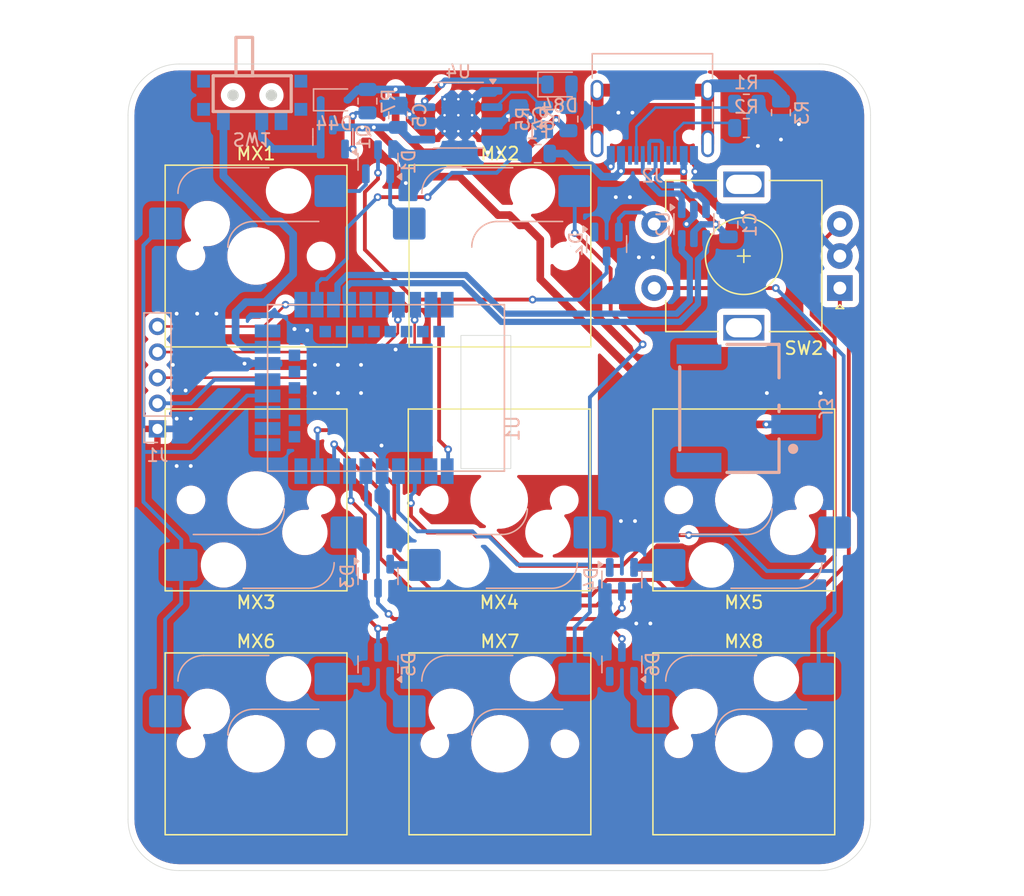
<source format=kicad_pcb>
(kicad_pcb (version 20240108) (generator "pcbnew") (generator_version "8.0")
  (layers (0 "F.Cu" signal) (31 "B.Cu" signal) (34 "B.Paste" user) (35 "F.Paste" user) (36 "B.SilkS" user "B.Silkscreen") (37 "F.SilkS" user "F.Silkscreen") (38 "B.Mask" user) (39 "F.Mask" user) (44 "Edge.Cuts" user))
  (net 0 "")
  (net 1 "VBUSRAW")
  (net 2 "GND")
  (net 3 "VBUS")
  (net 4 "+BATT")
  (net 5 "Net-(D1-A-Pad1)")
  (net 6 "/switches/row1")
  (net 7 "Net-(D1-A-Pad2)")
  (net 8 "Net-(D3-A-Pad2)")
  (net 9 "Net-(D3-A-Pad1)")
  (net 10 "Net-(D5-A-Pad2)")
  (net 11 "Net-(D5-A-Pad1)")
  (net 14 "/switches/row2")
  (net 26 "/switches/row3")
  (net 31 "Net-(D6-A-Pad1)")
  (net 34 "Net-(D4-A-Pad2)")
  (net 36 "Net-(D2-A-Pad2)")
  (net 37 "/CHRG_LED")
  (net 38 "/CHRG_LED_K")
  (net 39 "/nRF_SWDCLK")
  (net 40 "/nRF_SWDIO")
  (net 41 "nRF_VDD")
  (net 42 "/nRF_RESET")
  (net 43 "Net-(J2-SHIELD)")
  (net 44 "Net-(J2-CC1)")
  (net 45 "/USB_D+")
  (net 47 "/USB_D-")
  (net 49 "Net-(J2-CC2)")
  (net 50 "/switches/col1")
  (net 51 "/switches/col2")
  (net 52 "/switches/col3")
  (net 53 "/MOS_BIAS")
  (net 54 "Net-(U4-PROG)")
  (net 56 "VIN")
  (net 57 "/switches/enc1_b")
  (net 58 "/switches/enc1_a")
  (net 63 "/nRF_USBD-")
  (net 65 "/nRF_USBD+")
  (net 68 "Net-(D44-K)")
  (footprint "PCM_Switch_Keyboard_Hotswap_Kailh:SW_Hotswap_Kailh_MX_1.00u" (layer "F.Cu") (at 76.2 76.2)
    (property "Reference" "MX8")
    (property "Value" "SW_Push")
  )
  (footprint "PCM_Switch_Keyboard_Hotswap_Kailh:SW_Hotswap_Kailh_MX_1.00u" (layer "F.Cu") (at 76.2 57.15 180)
    (property "Reference" "MX5")
    (property "Value" "SW_Push")
  )
  (footprint "Rotary_Encoder:RotaryEncoder_Alps_EC11E-Switch_Vertical_H20mm" (layer "F.Cu") (at 76.2 38.1 180)
    (property "Reference" "SW2")
    (property "Value" "RotaryEncoder_Switch")
  )
  (footprint "PCM_Switch_Keyboard_Hotswap_Kailh:SW_Hotswap_Kailh_MX_1.00u" (layer "F.Cu") (at 38.1 76.2)
    (property "Reference" "MX6")
    (property "Value" "SW_Push")
  )
  (footprint "PCM_Switch_Keyboard_Hotswap_Kailh:SW_Hotswap_Kailh_MX_1.00u" (layer "F.Cu") (at 57.15 76.2)
    (property "Reference" "MX7")
    (property "Value" "SW_Push")
  )
  (footprint "PCM_Switch_Keyboard_Hotswap_Kailh:SW_Hotswap_Kailh_MX_1.00u" (layer "F.Cu") (at 38.1 57.15 180)
    (property "Reference" "MX3")
    (property "Value" "SW_Push")
  )
  (footprint "PCM_Switch_Keyboard_Hotswap_Kailh:SW_Hotswap_Kailh_MX_1.00u" (layer "F.Cu") (at 57.15 38.1)
    (property "Reference" "MX2")
    (property "Value" "SW_Push")
  )
  (footprint "PCM_Switch_Keyboard_Hotswap_Kailh:SW_Hotswap_Kailh_MX_1.00u" (layer "F.Cu") (at 38.1 38.1)
    (property "Reference" "MX1")
    (property "Value" "SW_Push")
  )
  (footprint "PCM_Switch_Keyboard_Hotswap_Kailh:SW_Hotswap_Kailh_MX_1.00u" (layer "F.Cu") (at 57.09125 57.15 180)
    (property "Reference" "MX4")
    (property "Value" "SW_Push")
  )
  (footprint "Capacitor_SMD:C_0805_2012Metric" (layer "B.Cu") (at 58.6 27.3 90)
    (property "Reference" "C4")
    (property "Value" "10u")
  )
  (footprint "Package_TO_SOT_SMD:SOT-23" (layer "B.Cu") (at 47.6254 30.737501 90)
    (property "Reference" "D1")
    (property "Value" "BAV70")
  )
  (footprint "Package_SO:Infineon_PG-DSO-8-27_3.9x4.9mm_EP2.65x3mm_ThermalVias" (layer "B.Cu") (at 53.9 27.1 180)
    (property "Reference" "U4")
    (property "Value" "TP4056X")
  )
  (footprint "Capacitor_SMD:C_0805_2012Metric" (layer "B.Cu") (at 75 35.649999 90)
    (property "Reference" "C1")
    (property "Value" "100n")
  )
  (footprint "Resistor_SMD:R_0805_2012Metric" (layer "B.Cu") (at 76.4 28.1 180)
    (property "Reference" "R2")
    (property "Value" "5.1k")
  )
  (footprint "Resistor_SMD:R_0805_2012Metric" (layer "B.Cu") (at 76.4 26.2 180)
    (property "Reference" "R1")
    (property "Value" "5.1k")
  )
  (footprint "Connector_USB:USB_C_Receptacle_HRO_TYPE-C-31-M-12" (layer "B.Cu") (at 69.05755 26.19325)
    (property "Reference" "J2")
    (property "Value" "USB_C_Receptacle_USB2.0_16P")
  )
  (footprint "footprints:E73-2G4M08S1C" (layer "B.Cu") (at 48 48.4 90)
    (property "Reference" "U1")
    (property "Value" "E73-2G4M08S1C")
  )
  (footprint "XH-1x2P:CONN-SMD_2P-P2.54_MEGASTAR_ZX-XH2.54-2PWT" (layer "B.Cu") (at 76.4 50 90)
    (property "Reference" "J3")
    (property "Value" "BATT")
  )
  (footprint "Resistor_SMD:R_0805_2012Metric" (layer "B.Cu") (at 79.1 26.9 90)
    (property "Reference" "R3")
    (property "Value" "0")
  )
  (footprint "Package_TO_SOT_SMD:SOT-23" (layer "B.Cu") (at 47.6254 63.104175 -90)
    (property "Reference" "D3")
    (property "Value" "BAV70")
  )
  (footprint "Resistor_SMD:R_0805_2012Metric" (layer "B.Cu") (at 46.8 26 90)
    (property "Reference" "R7")
    (property "Value" "1k")
  )
  (footprint "LED_SMD:LED_0805_2012Metric" (layer "B.Cu") (at 61.8 24.7)
    (property "Reference" "D84")
    (property "Value" "Yellow")
  )
  (footprint "Resistor_SMD:R_0805_2012Metric" (layer "B.Cu") (at 60.6 27.4 -90)
    (property "Reference" "R5")
    (property "Value" "3k6")
  )
  (footprint "Package_TO_SOT_SMD:SOT-23-6" (layer "B.Cu") (at 72.3 35.6 -90)
    (property "Reference" "U2")
    (property "Value" "USBLC6-2SC6")
  )
  (footprint "Package_TO_SOT_SMD:SOT-23" (layer "B.Cu") (at 66.6762 69.995051 90)
    (property "Reference" "D6")
    (property "Value" "BAV70")
  )
  (footprint "Diode_SMD:D_SOD-323" (layer "B.Cu") (at 44.2 25.9)
    (property "Reference" "D44")
    (property "Value" "1N5819WS")
  )
  (footprint "Resistor_SMD:R_0805_2012Metric" (layer "B.Cu") (at 62.5 27.4 -90)
    (property "Reference" "R6")
    (property "Value" "1k")
  )
  (footprint "Package_TO_SOT_SMD:SOT-23" (layer "B.Cu") (at 66.6762 63.357349 -90)
    (property "Reference" "D4")
    (property "Value" "BAV70")
  )
  (footprint "Fuse:Fuse_0805_2012Metric" (layer "B.Cu") (at 60.1 30.1 180)
    (property "Reference" "F1")
    (property "Value" "1A")
  )
  (footprint "Package_TO_SOT_SMD:SOT-23" (layer "B.Cu") (at 65.485525 37.162499 -90)
    (property "Reference" "D2")
    (property "Value" "BAV70")
  )
  (footprint "Package_TO_SOT_SMD:SOT-23" (layer "B.Cu") (at 44.1 28.8 90)
    (property "Reference" "Q1")
    (property "Value" "AO3401A")
  )
  (footprint "Connector_PinHeader_2.00mm:PinHeader_1x05_P2.00mm_Vertical" (layer "B.Cu") (at 30.4 51.6)
    (property "Reference" "J1")
    (property "Value" "Debug")
  )
  (footprint "Package_TO_SOT_SMD:SOT-23" (layer "B.Cu") (at 47.6254 69.995051 90)
    (property "Reference" "D5")
    (property "Value" "BAV70")
  )
  (footprint "SPDT_Switch:SW-SMD_3P-P1.50_L2.7-W6.6" (layer "B.Cu") (at 37.8 26)
    (property "Reference" "SW1")
    (property "Value" "SW_SPDT")
    (fp_poly (pts (xy -1.05 -0.459) (xy -1.068228 -0.33222) (xy -1.121436 -0.215711) (xy -1.205313 -0.118913) (xy -1.313063 -0.049666) (xy -1.435958 -0.01358) (xy -1.564042 -0.01358) (xy -1.686937 -0.049666) (xy -1.794687 -0.118913) (xy -1.878564 -0.215712) (xy -1.931772 -0.33222) (xy -1.95 -0.459) (xy -1.931772 -0.58578) (xy -1.878564 -0.702288) (xy -1.794687 -0.799087) (xy -1.686937 -0.868333) (xy -1.564042 -0.90442) (xy -1.435958 -0.90442) (xy -1.313063 -0.868334) (xy -1.205313 -0.799087) (xy -1.121436 -0.702289) (xy -1.068228 -0.58578)) (fill solid) (layer "Edge.Cuts"))
    (fp_poly (pts (xy 1.95 -0.459) (xy 1.931772 -0.33222) (xy 1.878564 -0.215712) (xy 1.794687 -0.118913) (xy 1.686937 -0.049666) (xy 1.564042 -0.01358) (xy 1.435958 -0.01358) (xy 1.313063 -0.049666) (xy 1.205313 -0.118913) (xy 1.121436 -0.215711) (xy 1.068228 -0.33222) (xy 1.05 -0.459) (xy 1.068228 -0.58578) (xy 1.121436 -0.702289) (xy 1.205313 -0.799087) (xy 1.313063 -0.868334) (xy 1.435958 -0.90442) (xy 1.564042 -0.90442) (xy 1.686937 -0.868333) (xy 1.794687 -0.799087) (xy 1.878564 -0.702288) (xy 1.931772 -0.58578)) (fill solid) (layer "Edge.Cuts"))
  )
  (footprint "Capacitor_SMD:C_0805_2012Metric" (layer "B.Cu") (at 49.2 27.1 90)
    (property "Reference" "C5")
    (property "Value" "10u")
  )
  (gr_line (start 82.1 23.1) (end 32.1 23.1) (stroke (width 0.05)) (layer "Edge.Cuts"))
  (gr_line (start 32.1 86.1) (end 82.1 86.1) (stroke (width 0.05)) (layer "Edge.Cuts"))
  (gr_arc (start 82.1 23.1) (mid 84.928427 24.271573) (end 86.1 27.1) (stroke (width 0.05)) (layer "Edge.Cuts"))
  (gr_arc (start 28.1 27.1) (mid 29.271573 24.271573) (end 32.1 23.1) (stroke (width 0.05)) (layer "Edge.Cuts"))
  (gr_rect (start 54.1 44.3) (end 58 54.7) (stroke (width 0.05)) (fill none) (layer "Edge.Cuts"))
  (gr_arc (start 86.1 82.1) (mid 84.928427 84.928427) (end 82.1 86.1) (stroke (width 0.05)) (layer "Edge.Cuts"))
  (gr_line (start 86.1 82.1) (end 86.1 27.1) (stroke (width 0.05)) (layer "Edge.Cuts"))
  (gr_arc (start 32.1 86.1) (mid 29.271573 84.928427) (end 28.1 82.1) (stroke (width 0.05)) (layer "Edge.Cuts"))
  (gr_line (start 28.1 27.1) (end 28.1 82.1) (stroke (width 0.05)) (layer "Edge.Cuts"))
  (segment (start 71.5 31.5) (end 71.5 33.125) (width 0.5) (layer "F.Cu") (net 1))
  (segment (start 66.644298 31.5) (end 71.5 31.5) (width 0.5) (layer "F.Cu") (net 1))
  (segment (start 71.5 33.125) (end 74 35.625) (width 0.5) (layer "F.Cu") (net 1))
  (segment (start 66.607549 31.463251) (end 66.644298 31.5) (width 0.5) (layer "F.Cu") (net 1))
  (via (at 66.607549 31.463251) (size 0.6) (drill 0.3) (layers "F.Cu" "B.Cu") (net 1))
  (via (at 74 35.625) (size 0.6) (drill 0.3) (layers "F.Cu" "B.Cu") (net 1))
  (via (at 71.5 31.5) (size 0.6) (drill 0.3) (layers "F.Cu" "B.Cu") (net 1))
  (segment (start 66.1708 31.9) (end 65.15 31.9) (width 0.6) (layer "B.Cu") (net 1))
  (segment (start 62.21875 30.1) (end 61.0375 30.1) (width 0.6) (layer "B.Cu") (net 1))
  (segment (start 64.25 31) (end 63.11875 31) (width 0.6) (layer "B.Cu") (net 1))
  (segment (start 72.3 36.7375) (end 72.3 36.172315) (width 0.5) (layer "B.Cu") (net 1))
  (segment (start 65.15 31.9) (end 64.25 31) (width 0.6) (layer "B.Cu") (net 1))
  (segment (start 74.025002 35.625) (end 75 36.599998) (width 0.5) (layer "B.Cu") (net 1))
  (segment (start 66.607549 30.23825) (end 66.607549 31.463251) (width 0.6) (layer "B.Cu") (net 1))
  (segment (start 66.607549 31.463251) (end 66.1708 31.9) (width 0.6) (layer "B.Cu") (net 1))
  (segment (start 71.5 30.245801) (end 71.507551 30.23825) (width 0.5) (layer "B.Cu") (net 1))
  (segment (start 71.5 31.5) (end 71.5 30.245801) (width 0.5) (layer "B.Cu") (net 1))
  (segment (start 74 35.625) (end 74.025002 35.625) (width 0.5) (layer "B.Cu") (net 1))
  (segment (start 72.847315 35.625) (end 74 35.625) (width 0.5) (layer "B.Cu") (net 1))
  (segment (start 63.11875 31) (end 62.21875 30.1) (width 0.6) (layer "B.Cu") (net 1))
  (segment (start 72.3 36.172315) (end 72.847315 35.625) (width 0.5) (layer "B.Cu") (net 1))
  (via (at 35 42.6) (size 0.6) (drill 0.3) (layers "F.Cu" "B.Cu") (net 2))
  (via (at 72.4 31.5) (size 0.6) (drill 0.3) (layers "F.Cu" "B.Cu") (net 2))
  (via (at 49 45.4) (size 0.6) (drill 0.3) (layers "F.Cu" "B.Cu") (net 2))
  (via (at 32.6 48.6) (size 0.6) (drill 0.3) (layers "F.Cu" "B.Cu") (net 2))
  (via (at 46.3 46.6) (size 0.6) (drill 0.3) (layers "F.Cu" "B.Cu") (net 2))
  (via (at 44.5 48.8) (size 0.6) (drill 0.3) (layers "F.Cu" "B.Cu") (net 2))
  (via (at 68 38.2) (size 0.6) (drill 0.3) (layers "F.Cu" "B.Cu") (net 2))
  (via (at 42.7 48.8) (size 0.6) (drill 0.3) (layers "F.Cu" "B.Cu") (net 2))
  (via (at 44.5 46.6) (size 0.6) (drill 0.3) (layers "F.Cu" "B.Cu") (net 2))
  (via (at 31.9 50.8) (size 0.6) (drill 0.3) (layers "F.Cu" "B.Cu") (net 2))
  (via (at 42.7 46.6) (size 0.6) (drill 0.3) (layers "F.Cu" "B.Cu") (net 2))
  (via (at 37.2 46.5) (size 0.6) (drill 0.3) (layers "F.Cu" "B.Cu") (net 2))
  (via (at 31.9 42.6) (size 0.6) (drill 0.3) (layers "F.Cu" "B.Cu") (net 2))
  (via (at 42.1 43.9) (size 0.6) (drill 0.3) (layers "F.Cu" "B.Cu") (net 2))
  (via (at 33 54.5) (size 0.6) (drill 0.3) (layers "F.Cu" "B.Cu") (net 2))
  (via (at 31.9 54.5) (size 0.6) (drill 0.3) (layers "F.Cu" "B.Cu") (net 2))
  (via (at 46.3 48.8) (size 0.6) (drill 0.3) (layers "F.Cu" "B.Cu") (net 2))
  (via (at 67.7 58.8) (size 0.6) (drill 0.3) (layers "F.Cu" "B.Cu") (net 2))
  (via (at 65.807549 31.1) (size 0.6) (drill 0.3) (layers "F.Cu" "B.Cu") (net 2))
  (via (at 80.5 27.8) (size 0.6) (drill 0.3) (layers "F.Cu" "B.Cu") (net 2))
  (via (at 66.6 58.8) (size 0.6) (drill 0.3) (layers "F.Cu" "B.Cu") (net 2))
  (via (at 79.1 29) (size 0.6) (drill 0.3) (layers "F.Cu" "B.Cu") (net 2))
  (via (at 78 48.8) (size 0.6) (drill 0.3) (layers "F.Cu" "B.Cu") (net 2))
  (via (at 57.775001 27.175001) (size 0.6) (drill 0.3) (layers "F.Cu" "B.Cu") (net 2))
  (via (at 33 50.8) (size 0.6) (drill 0.3) (layers "F.Cu" "B.Cu") (net 2))
  (via (at 67.8 66.8) (size 0.6) (drill 0.3) (layers "F.Cu" "B.Cu") (net 2))
  (via (at 66.4 26.9) (size 0.6) (drill 0.3) (layers "F.Cu" "B.Cu") (net 2))
  (via (at 49.8 32.4) (size 0.6) (drill 0.3) (layers "F.Cu" "B.Cu") (net 2))
  (via (at 31.6 46.6) (size 0.6) (drill 0.3) (layers "F.Cu" "B.Cu") (net 2))
  (via (at 50.074999 27.025001) (size 0.6) (drill 0.3) (layers "F.Cu" "B.Cu") (net 2))
  (via (at 71.722879 35.596011) (size 0.6) (drill 0.3) (layers "F.Cu" "B.Cu") (net 2))
  (via (at 69.1 38.2) (size 0.6) (drill 0.3) (layers "F.Cu" "B.Cu") (net 2))
  (via (at 76.1 34.7) (size 0.6) (drill 0.3) (layers "F.Cu" "B.Cu") (net 2))
  (via (at 68.9 66.8) (size 0.6) (drill 0.3) (layers "F.Cu" "B.Cu") (net 2))
  (via (at 31.5 48.6) (size 0.6) (drill 0.3) (layers "F.Cu" "B.Cu") (net 2))
  (via (at 82.2 48.8) (size 0.6) (drill 0.3) (layers "F.Cu" "B.Cu") (net 2))
  (via (at 33.5 42.6) (size 0.6) (drill 0.3) (layers "F.Cu" "B.Cu") (net 2))
  (via (at 66.2 33.5) (size 0.6) (drill 0.3) (layers "F.Cu" "B.Cu") (net 2))
  (via (at 59.521875 27.278125) (size 0.6) (drill 0.3) (layers "F.Cu" "B.Cu") (net 2))
  (via (at 41.1 43.8) (size 0.6) (drill 0.3) (layers "F.Cu" "B.Cu") (net 2))
  (via (at 67.3 33.5) (size 0.6) (drill 0.3) (layers "F.Cu" "B.Cu") (net 2))
  (via (at 47.9 52.9) (size 0.6) (drill 0.3) (layers "F.Cu" "B.Cu") (net 2))
  (via (at 67.5 26.9) (size 0.6) (drill 0.3) (layers "F.Cu" "B.Cu") (net 2))
  (via (at 41.1 43.8) (size 0.6) (drill 0.3) (layers "F.Cu" "B.Cu") (net 2))
  (via (at 77.3 29.5) (size 0.6) (drill 0.3) (layers "F.Cu" "B.Cu") (net 2))
  (segment (start 56.525 25.195) (end 55.805 25.195) (width 0.6) (layer "B.Cu") (net 2))
  (segment (start 71.722879 35.596011) (end 71.731674 35.596011) (width 0.5) (layer "B.Cu") (net 2))
  (segment (start 60.45625 28.2125) (end 60.6 28.2125) (width 0.6) (layer "B.Cu") (net 2))
  (segment (start 59.521875 27.278125) (end 60.45625 28.2125) (width 0.6) (layer "B.Cu") (net 2))
  (segment (start 57.775001 27.175) (end 58.6 26.350001) (width 0.6) (layer "B.Cu") (net 2))
  (segment (start 57.215001 27.735) (end 57.775 27.175001) (width 0.6) (layer "B.Cu") (net 2))
  (segment (start 56.525 27.735) (end 57.215001 27.735) (width 0.6) (layer "B.Cu") (net 2))
  (segment (start 50.074999 27.025001) (end 50.074999 27.025) (width 0.6) (layer "B.Cu") (net 2))
  (segment (start 51.275 27.735) (end 53.265 27.735) (width 0.6) (layer "B.Cu") (net 2))
  (segment (start 71.731674 35.596011) (end 72.3 35.027685) (width 0.5) (layer "B.Cu") (net 2))
  (segment (start 57.775001 27.175001) (end 57.775001 27.175) (width 0.6) (layer "B.Cu") (net 2))
  (segment (start 53.265 27.735) (end 53.9 27.1) (width 0.6) (layer "B.Cu") (net 2))
  (segment (start 55.805 25.195) (end 53.9 27.1) (width 0.6) (layer "B.Cu") (net 2))
  (segment (start 65.807549 31.1) (end 65.807549 30.238251) (width 0.6) (layer "B.Cu") (net 2))
  (segment (start 51.275 27.735) (end 50.784999 27.735) (width 0.6) (layer "B.Cu") (net 2))
  (segment (start 57.775 27.175001) (end 57.775001 27.175001) (width 0.6) (layer "B.Cu") (net 2))
  (segment (start 50.784999 27.735) (end 50.075 27.025001) (width 0.6) (layer "B.Cu") (net 2))
  (segment (start 65.807549 30.238251) (end 65.80755 30.23825) (width 0.6) (layer "B.Cu") (net 2))
  (segment (start 58.6 26.350001) (end 58.6 26.35625) (width 0.6) (layer "B.Cu") (net 2))
  (segment (start 50.075 27.025001) (end 50.074999 27.025001) (width 0.6) (layer "B.Cu") (net 2))
  (segment (start 72.3 35.027685) (end 72.3 34.4625) (width 0.5) (layer "B.Cu") (net 2))
  (segment (start 50.074999 27.025) (end 49.2 26.150001) (width 0.6) (layer "B.Cu") (net 2))
  (segment (start 58.6 26.35625) (end 59.521875 27.278125) (width 0.6) (layer "B.Cu") (net 2))
  (segment (start 56.2 30) (end 51.1 30) (width 0.6) (layer "F.Cu") (net 3))
  (segment (start 51.5 33.5) (end 47.6 33.5) (width 0.3) (layer "F.Cu") (net 3))
  (segment (start 58.916375 30) (end 61.5395 27.376875) (width 0.6) (layer "F.Cu") (net 3))
  (segment (start 51.1 30) (end 49 27.9) (width 0.6) (layer "F.Cu") (net 3))
  (segment (start 56.2 30) (end 57.1 30) (width 0.6) (layer "F.Cu") (net 3))
  (segment (start 57.1 30) (end 58.916375 30) (width 0.6) (layer "F.Cu") (net 3))
  (segment (start 49 27.9) (end 49 25.0875) (width 0.6) (layer "F.Cu") (net 3))
  (via (at 61.5395 27.476875) (size 0.6) (drill 0.3) (layers "F.Cu" "B.Cu") (net 3))
  (via (at 56.2 30) (size 0.6) (drill 0.3) (layers "F.Cu" "B.Cu") (net 3))
  (via (at 49 25.0875) (size 0.6) (drill 0.3) (layers "F.Cu" "B.Cu") (net 3))
  (via (at 57.1 30) (size 0.6) (drill 0.3) (layers "F.Cu" "B.Cu") (net 3))
  (via (at 47.6 33.5) (size 0.6) (drill 0.3) (layers "F.Cu" "B.Cu") (net 3))
  (via (at 51.5 33.5) (size 0.6) (drill 0.3) (layers "F.Cu" "B.Cu") (net 3))
  (segment (start 49 25.0875) (end 46.8 25.0875) (width 0.6) (layer "B.Cu") (net 3))
  (segment (start 59.1625 30) (end 58.5 30) (width 0.3) (layer "B.Cu") (net 3))
  (segment (start 43.2 39.9) (end 43.6 39.9) (width 0.3) (layer "B.Cu") (net 3))
  (segment (start 46.0625 25.0875) (end 45.25 25.9) (width 0.6) (layer "B.Cu") (net 3))
  (segment (start 50.705 25.195) (end 50.7 25.2) (width 0.6) (layer "B.Cu") (net 3))
  (segment (start 42.87 41.9) (end 42.87 40.23) (width 0.3) (layer "B.Cu") (net 3))
  (segment (start 46.8 25.0875) (end 46.0625 25.0875) (width 0.6) (layer "B.Cu") (net 3))
  (segment (start 56.9 31.6) (end 53.4 31.6) (width 0.3) (layer "B.Cu") (net 3))
  (segment (start 62.5 28.2125) (end 62.380088 28.2125) (width 0.6) (layer "B.Cu") (net 3))
  (segment (start 62.380088 28.3125) (end 61.541981 27.474393) (width 0.6) (layer "B.Cu") (net 3))
  (segment (start 58.5 30) (end 56.9 31.6) (width 0.3) (layer "B.Cu") (net 3))
  (segment (start 50.7 25.2) (end 50.1 25.2) (width 0.6) (layer "B.Cu") (net 3))
  (segment (start 42.87 40.23) (end 43.2 39.9) (width 0.3) (layer "B.Cu") (net 3))
  (segment (start 45.2 38.3) (end 45.2 35.9) (width 0.3) (layer "B.Cu") (net 3))
  (segment (start 53.4 31.6) (end 51.5 33.5) (width 0.3) (layer "B.Cu") (net 3))
  (segment (start 43.6 39.9) (end 45.2 38.3) (width 0.3) (layer "B.Cu") (net 3))
  (segment (start 49.9875 25.0875) (end 49 25.0875) (width 0.6) (layer "B.Cu") (net 3))
  (segment (start 50.1 25.2) (end 49.9875 25.0875) (width 0.6) (layer "B.Cu") (net 3))
  (segment (start 51.275 25.195) (end 50.705 25.195) (width 0.6) (layer "B.Cu") (net 3))
  (segment (start 45.2 35.9) (end 47.6 33.5) (width 0.3) (layer "B.Cu") (net 3))
  (segment (start 51.215 31.9) (end 47.364999 28.049999) (width 0.6) (layer "F.Cu") (net 4))
  (segment (start 57.9 34.9) (end 57 34.9) (width 0.6) (layer "F.Cu") (net 4))
  (segment (start 47.364999 28.049999) (end 46.4 28.049999) (width 0.6) (layer "F.Cu") (net 4))
  (segment (start 60.3 36.8) (end 59.2 35.7) (width 0.6) (layer "F.Cu") (net 4))
  (segment (start 77.95 51.25) (end 71.65 51.25) (width 0.6) (layer "F.Cu") (net 4))
  (segment (start 54 31.9) (end 51.215 31.9) (width 0.6) (layer "F.Cu") (net 4))
  (segment (start 71.65 51.25) (end 60.3 39.9) (width 0.6) (layer "F.Cu") (net 4))
  (segment (start 60.3 39.9) (end 60.3 36.8) (width 0.6) (layer "F.Cu") (net 4))
  (segment (start 58.7 35.7) (end 57.9 34.9) (width 0.6) (layer "F.Cu") (net 4))
  (segment (start 59.2 35.7) (end 58.7 35.7) (width 0.6) (layer "F.Cu") (net 4))
  (segment (start 57 34.9) (end 54 31.9) (width 0.6) (layer "F.Cu") (net 4))
  (via (at 47.3 28.049999) (size 0.6) (drill 0.3) (layers "F.Cu" "B.Cu") (net 4))
  (via (at 77.95 51.25) (size 0.6) (drill 0.3) (layers "F.Cu" "B.Cu") (net 4))
  (via (at 46.4 28.049999) (size 0.6) (drill 0.3) (layers "F.Cu" "B.Cu") (net 4))
  (segment (start 46.4 28.049999) (end 47.3 28.049999) (width 0.6) (layer "B.Cu") (net 4))
  (segment (start 77.95 51.25) (end 80.100001 51.25) (width 0.6) (layer "B.Cu") (net 4))
  (segment (start 46.4 28.049999) (end 44.2875 28.049999) (width 0.6) (layer "B.Cu") (net 4))
  (segment (start 51.275 29.005) (end 50.155001 29.005) (width 0.6) (layer "B.Cu") (net 4))
  (segment (start 50.155001 29.005) (end 49.2 28.049999) (width 0.6) (layer "B.Cu") (net 4))
  (segment (start 44.2875 28.049999) (end 44.1 27.862499) (width 0.6) (layer "B.Cu") (net 4))
  (segment (start 49.2 28.049999) (end 47.3 28.049999) (width 0.6) (layer "B.Cu") (net 4))
  (segment (start 48.5754 34.0704) (end 48.5754 31.675001) (width 0.3) (layer "B.Cu") (net 5))
  (segment (start 50.065 35.56) (end 48.5754 34.0704) (width 0.3) (layer "B.Cu") (net 5))
  (segment (start 46.6 33.1) (end 46.6 37.6) (width 0.3) (layer "F.Cu") (net 6))
  (segment (start 47.6254 31.6) (end 47.6254 32.0746) (width 0.3) (layer "F.Cu") (net 6))
  (segment (start 47.6254 32.0746) (end 46.6 33.1) (width 0.3) (layer "F.Cu") (net 6))
  (segment (start 48.3 39.3) (end 50.5 41.5) (width 0.3) (layer "F.Cu") (net 6))
  (segment (start 50.5 41.5) (end 52.4 41.5) (width 0.3) (layer "F.Cu") (net 6))
  (segment (start 46.6 37.6) (end 48.3 39.3) (width 0.3) (layer "F.Cu") (net 6))
  (segment (start 52.4 41.5) (end 59.7 41.5) (width 0.3) (layer "F.Cu") (net 6))
  (segment (start 52.4 41.5) (end 52.4 52.5) (width 0.3) (layer "F.Cu") (net 6))
  (segment (start 52.4 52.5) (end 53.1 53.2) (width 0.3) (layer "F.Cu") (net 6))
  (via (at 47.6254 31.6) (size 0.6) (drill 0.3) (layers "F.Cu" "B.Cu") (net 6))
  (via (at 59.7 41.5) (size 0.6) (drill 0.3) (layers "F.Cu" "B.Cu") (net 6))
  (via (at 53.1 53.2) (size 0.6) (drill 0.3) (layers "F.Cu" "B.Cu") (net 6))
  (segment (start 53.1 54.83) (end 53.03 54.9) (width 0.3) (layer "B.Cu") (net 6))
  (segment (start 53.1 53.2) (end 53.1 54.83) (width 0.3) (layer "B.Cu") (net 6))
  (segment (start 63.4 41.5) (end 65.485525 39.414475) (width 0.3) (layer "B.Cu") (net 6))
  (segment (start 65.485525 39.414475) (end 65.485525 38.1) (width 0.3) (layer "B.Cu") (net 6))
  (segment (start 47.6254 31.6) (end 47.6254 29.8) (width 0.3) (layer "B.Cu") (net 6))
  (segment (start 59.7 41.5) (end 63.4 41.5) (width 0.3) (layer "B.Cu") (net 6))
  (segment (start 46.6754 31.675001) (end 46.6754 32.5246) (width 0.3) (layer "B.Cu") (net 7))
  (segment (start 46.18 33.02) (end 43.942 33.02) (width 0.3) (layer "B.Cu") (net 7))
  (segment (start 46.6754 32.5246) (end 46.18 33.02) (width 0.3) (layer "B.Cu") (net 7))
  (segment (start 51.24925 62.23) (end 48.638725 62.23) (width 0.6) (layer "B.Cu") (net 8))
  (segment (start 48.638725 62.23) (end 48.5754 62.166675) (width 0.6) (layer "B.Cu") (net 8))
  (segment (start 46.6754 62.166675) (end 46.6754 61.1804) (width 0.6) (layer "B.Cu") (net 9))
  (segment (start 46.6754 61.1804) (end 45.185 59.69) (width 0.6) (layer "B.Cu") (net 9))
  (segment (start 43.942 71.12) (end 46.487951 71.12) (width 0.6) (layer "B.Cu") (net 10))
  (segment (start 46.487951 71.12) (end 46.6754 70.932551) (width 0.6) (layer "B.Cu") (net 10))
  (segment (start 48.5754 72.1704) (end 48.5754 70.932551) (width 0.6) (layer "B.Cu") (net 11))
  (segment (start 50.065 73.66) (end 48.5754 72.1704) (width 0.6) (layer "B.Cu") (net 11))
  (segment (start 48.85 66.45) (end 65.8262 66.45) (width 0.3) (layer "F.Cu") (net 14))
  (segment (start 65.8262 66.45) (end 66.6762 65.6) (width 0.3) (layer "F.Cu") (net 14))
  (segment (start 48.45 66.05) (end 48.85 66.45) (width 0.3) (layer "F.Cu") (net 14))
  (via (at 48.45 66.05) (size 0.6) (drill 0.3) (layers "F.Cu" "B.Cu") (net 14))
  (via (at 66.6762 65.6) (size 0.6) (drill 0.3) (layers "F.Cu" "B.Cu") (net 14))
  (segment (start 47.6254 65.2254) (end 47.6254 64.041676) (width 0.3) (layer "B.Cu") (net 14))
  (segment (start 66.6762 65.6) (end 66.6762 64.29485) (width 0.3) (layer "B.Cu") (net 14))
  (segment (start 46.7 57.5) (end 46.7 54.92) (width 0.3) (layer "B.Cu") (net 14))
  (segment (start 47.6254 58.4254) (end 46.7 57.5) (width 0.3) (layer "B.Cu") (net 14))
  (segment (start 46.7 54.92) (end 46.68 54.9) (width 0.3) (layer "B.Cu") (net 14))
  (segment (start 47.6254 64.041676) (end 47.6254 58.4254) (width 0.3) (layer "B.Cu") (net 14))
  (segment (start 48.45 66.05) (end 47.6254 65.2254) (width 0.3) (layer "B.Cu") (net 14))
  (segment (start 47.6254 67.2) (end 65.8762 67.2) (width 0.3) (layer "F.Cu") (net 26))
  (segment (start 46.6 66.1746) (end 46.6 58.3) (width 0.3) (layer "F.Cu") (net 26))
  (segment (start 46.6 58.3) (end 45.5 57.2) (width 0.3) (layer "F.Cu") (net 26))
  (segment (start 47.6254 67.2) (end 46.6 66.1746) (width 0.3) (layer "F.Cu") (net 26))
  (segment (start 65.8762 67.2) (end 66.6762 68) (width 0.3) (layer "F.Cu") (net 26))
  (via (at 66.6762 68) (size 0.6) (drill 0.3) (layers "F.Cu" "B.Cu") (net 26))
  (via (at 45.5 57.2) (size 0.6) (drill 0.3) (layers "F.Cu" "B.Cu") (net 26))
  (via (at 47.6254 67.2) (size 0.6) (drill 0.3) (layers "F.Cu" "B.Cu") (net 26))
  (segment (start 45.5 54.990001) (end 45.41 54.900001) (width 0.3) (layer "B.Cu") (net 26))
  (segment (start 47.6254 67.2) (end 47.6254 69.05755) (width 0.3) (layer "B.Cu") (net 26))
  (segment (start 45.5 57.2) (end 45.5 54.990001) (width 0.3) (layer "B.Cu") (net 26))
  (segment (start 66.6762 68) (end 66.6762 69.05755) (width 0.3) (layer "B.Cu") (net 26))
  (segment (start 67.6262 72.1712) (end 67.6262 70.932551) (width 0.6) (layer "B.Cu") (net 31))
  (segment (start 69.115 73.66) (end 67.6262 72.1712) (width 0.6) (layer "B.Cu") (net 31))
  (segment (start 67.6262 62.419849) (end 70.168151 62.419849) (width 0.6) (layer "B.Cu") (net 34))
  (segment (start 70.168151 62.419849) (end 70.358 62.23) (width 0.6) (layer "B.Cu") (net 34))
  (segment (start 69.2 35.600001) (end 68.299999 34.7) (width 0.3) (layer "B.Cu") (net 36))
  (segment (start 68.299999 34.7) (end 66.9 34.7) (width 0.3) (layer "B.Cu") (net 36))
  (segment (start 66.435525 35.164475) (end 66.435525 36.224999) (width 0.3) (layer "B.Cu") (net 36))
  (segment (start 66.9 34.7) (end 66.435525 35.164475) (width 0.3) (layer "B.Cu") (net 36))
  (segment (start 52.575 24.7) (end 51.275 26) (width 0.5) (layer "F.Cu") (net 37))
  (via (at 52.575 24.7) (size 0.6) (drill 0.3) (layers "F.Cu" "B.Cu") (net 37))
  (via (at 51.275 26) (size 0.6) (drill 0.3) (layers "F.Cu" "B.Cu") (net 37))
  (segment (start 60.662499 24.4) (end 60.862499 24.6) (width 0.5) (layer "B.Cu") (net 37))
  (segment (start 52.875 24.4) (end 60.662499 24.4) (width 0.5) (layer "B.Cu") (net 37))
  (segment (start 51.275 26) (end 51.275 26.465) (width 0.5) (layer "B.Cu") (net 37))
  (segment (start 52.575 24.7) (end 52.875 24.4) (width 0.5) (layer "B.Cu") (net 37))
  (segment (start 62.5 26.4875) (end 62.737501 26.249999) (width 0.8) (layer "B.Cu") (net 38))
  (segment (start 62.737501 26.249999) (end 62.737501 24.7) (width 0.8) (layer "B.Cu") (net 38))
  (segment (start 62.5 26.3875) (end 62.5 26.4875) (width 0.8) (layer "B.Cu") (net 38))
  (segment (start 30.4 47.6) (end 48 47.6) (width 0.2) (layer "F.Cu") (net 39))
  (segment (start 48 47.6) (end 50.488564 45.111436) (width 0.2) (layer "F.Cu") (net 39))
  (segment (start 50.488564 45.111436) (end 50.488564 43.084913) (width 0.2) (layer "F.Cu") (net 39))
  (via (at 50.488564 43.084913) (size 0.6) (drill 0.3) (layers "F.Cu" "B.Cu") (net 39))
  (segment (start 50.488564 43.084913) (end 50.49 43.083477) (width 0.2) (layer "B.Cu") (net 39))
  (segment (start 50.49 43.083477) (end 50.49 41.9) (width 0.2) (layer "B.Cu") (net 39))
  (segment (start 49.177223 44.122777) (end 49.177223 43.070652) (width 0.2) (layer "F.Cu") (net 40))
  (segment (start 30.4 45.6) (end 47.7 45.6) (width 0.2) (layer "F.Cu") (net 40))
  (segment (start 47.7 45.6) (end 49.177223 44.122777) (width 0.2) (layer "F.Cu") (net 40))
  (via (at 49.177223 43.070652) (size 0.6) (drill 0.3) (layers "F.Cu" "B.Cu") (net 40))
  (segment (start 49.22 43.027875) (end 49.22 41.9) (width 0.2) (layer "B.Cu") (net 40))
  (segment (start 49.177223 43.070652) (end 49.22 43.027875) (width 0.2) (layer "B.Cu") (net 40))
  (segment (start 39 47.76) (end 34.84 47.76) (width 0.3) (layer "B.Cu") (net 41))
  (segment (start 34.84 47.76) (end 33.000001 49.599999) (width 0.3) (layer "B.Cu") (net 41))
  (segment (start 33.000001 49.599999) (end 30.4 49.599999) (width 0.3) (layer "B.Cu") (net 41))
  (segment (start 38.7 43.6) (end 30.4 43.6) (width 0.2) (layer "F.Cu") (net 42))
  (segment (start 40.4 41.9) (end 38.7 43.6) (width 0.2) (layer "F.Cu") (net 42))
  (via (at 40.4 41.9) (size 0.6) (drill 0.3) (layers "F.Cu" "B.Cu") (net 42))
  (segment (start 40.4 41.9) (end 41.600001 41.9) (width 0.2) (layer "B.Cu") (net 42))
  (segment (start 73.37755 29.32325) (end 73.37755 25.14325) (width 1) (layer "F.Cu") (net 43))
  (segment (start 64.73755 25.14325) (end 73.37755 25.14325) (width 1) (layer "F.Cu") (net 43))
  (segment (start 64.73755 29.32325) (end 64.73755 25.14325) (width 1) (layer "F.Cu") (net 43))
  (segment (start 79.1 25.6) (end 79.1 25.9875) (width 1) (layer "B.Cu") (net 43))
  (segment (start 78.3 24.8) (end 79.1 25.6) (width 1) (layer "B.Cu") (net 43))
  (segment (start 73.37755 25.14325) (end 73.7208 24.8) (width 1) (layer "B.Cu") (net 43))
  (segment (start 73.7208 24.8) (end 78.3 24.8) (width 1) (layer "B.Cu") (net 43))
  (segment (start 75.1875 26.5) (end 69.3 26.5) (width 0.2) (layer "B.Cu") (net 44))
  (segment (start 75.4875 26.2) (end 75.1875 26.5) (width 0.2) (layer "B.Cu") (net 44))
  (segment (start 67.80755 27.99245) (end 67.80755 30.238249) (width 0.2) (layer "B.Cu") (net 44))
  (segment (start 69.3 26.5) (end 67.80755 27.99245) (width 0.2) (layer "B.Cu") (net 44))
  (segment (start 69.80755 31.61055) (end 69.80755 30.23825) (width 0.3) (layer "B.Cu") (net 45))
  (segment (start 69.80755 29.26325) (end 69.80755 30.23825) (width 0.3) (layer "B.Cu") (net 45))
  (segment (start 72.144399 33.3569) (end 71.369399 32.5819) (width 0.4862) (layer "B.Cu") (net 45))
  (segment (start 69.4181 32) (end 69.80755 31.61055) (width 0.3) (layer "B.Cu") (net 45))
  (segment (start 69.6443 29.1) (end 69.80755 29.26325) (width 0.3) (layer "B.Cu") (net 45))
  (segment (start 73.249999 33.907073) (end 72.699826 33.3569) (width 0.4862) (layer "B.Cu") (net 45))
  (segment (start 69.4181 32.068238) (end 69.4181 32) (width 0.4862) (layer "B.Cu") (net 45))
  (segment (start 71.369399 32.5819) (end 69.931762 32.5819) (width 0.4862) (layer "B.Cu") (net 45))
  (segment (start 68.9208 29.1) (end 69.6443 29.1) (width 0.3) (layer "B.Cu") (net 45))
  (segment (start 73.249999 34.4625) (end 73.249999 33.907073) (width 0.4862) (layer "B.Cu") (net 45))
  (segment (start 68.80755 30.23825) (end 68.80755 29.21325) (width 0.3) (layer "B.Cu") (net 45))
  (segment (start 72.699826 33.3569) (end 72.144399 33.3569) (width 0.4862) (layer "B.Cu") (net 45))
  (segment (start 68.80755 29.21325) (end 68.9208 29.1) (width 0.3) (layer "B.Cu") (net 45))
  (segment (start 69.931762 32.5819) (end 69.4181 32.068238) (width 0.4862) (layer "B.Cu") (net 45))
  (segment (start 69.30755 31.29245) (end 68.7819 31.8181) (width 0.3) (layer "B.Cu") (net 47))
  (segment (start 69.30755 30.23825) (end 69.30755 31.29245) (width 0.3) (layer "B.Cu") (net 47))
  (segment (start 68.30755 31.52565) (end 68.7819 32) (width 0.3) (layer "B.Cu") (net 47))
  (segment (start 71.350001 34.4625) (end 71.350001 33.462225) (width 0.4862) (layer "B.Cu") (net 47))
  (segment (start 71.105876 33.2181) (end 69.668238 33.2181) (width 0.4862) (layer "B.Cu") (net 47))
  (segment (start 68.7819 31.8181) (end 68.7819 32) (width 0.3) (layer "B.Cu") (net 47))
  (segment (start 68.30755 30.23825) (end 68.30755 31.52565) (width 0.3) (layer "B.Cu") (net 47))
  (segment (start 68.7819 32.331762) (end 68.7819 32) (width 0.4862) (layer "B.Cu") (net 47))
  (segment (start 71.350001 33.462225) (end 71.105876 33.2181) (width 0.4862) (layer "B.Cu") (net 47))
  (segment (start 69.668238 33.2181) (end 68.7819 32.331762) (width 0.4862) (layer "B.Cu") (net 47))
  (segment (start 75.4875 28.1) (end 75.0875 27.7) (width 0.2) (layer "B.Cu") (net 49))
  (segment (start 71.5 27.7) (end 70.80755 28.39245) (width 0.2) (layer "B.Cu") (net 49))
  (segment (start 75.0875 27.7) (end 71.5 27.7) (width 0.2) (layer "B.Cu") (net 49))
  (segment (start 70.80755 28.39245) (end 70.80755 30.23825) (width 0.2) (layer "B.Cu") (net 49))
  (segment (start 29.3 53.4) (end 33 53.4) (width 0.3) (layer "B.Cu") (net 50))
  (segment (start 29.3 57.3) (end 29.3 53.4) (width 0.3) (layer "B.Cu") (net 50))
  (segment (start 32.258 62.23) (end 32.258 60.258) (width 0.3) (layer "B.Cu") (net 50))
  (segment (start 37.4 49) (end 38.97 49) (width 0.3) (layer "B.Cu") (net 50))
  (segment (start 32.258 60.258) (end 29.3 57.3) (width 0.3) (layer "B.Cu") (net 50))
  (segment (start 31 66.5) (end 32.258 65.242) (width 0.3) (layer "B.Cu") (net 50))
  (segment (start 29.3 37.275) (end 31.015 35.56) (width 0.3) (layer "B.Cu") (net 50))
  (segment (start 33 53.4) (end 37.4 49) (width 0.3) (layer "B.Cu") (net 50))
  (segment (start 31.015 73.66) (end 31 73.645) (width 0.3) (layer "B.Cu") (net 50))
  (segment (start 31 73.645) (end 31 66.5) (width 0.3) (layer "B.Cu") (net 50))
  (segment (start 38.97 49) (end 39 49.03) (width 0.3) (layer "B.Cu") (net 50))
  (segment (start 29.3 53.4) (end 29.3 37.275) (width 0.3) (layer "B.Cu") (net 50))
  (segment (start 32.258 65.242) (end 32.258 62.23) (width 0.3) (layer "B.Cu") (net 50))
  (segment (start 65.8 39.1) (end 65.8 41.9) (width 0.3) (layer "F.Cu") (net 51))
  (segment (start 65.8 41.9) (end 65.8 42.5) (width 0.3) (layer "F.Cu") (net 51))
  (segment (start 65.8 42.5) (end 68.3 45) (width 0.3) (layer "F.Cu") (net 51))
  (segment (start 63 36.3) (end 65.8 39.1) (width 0.3) (layer "F.Cu") (net 51))
  (via (at 68.3 45) (size 0.6) (drill 0.3) (layers "F.Cu" "B.Cu") (net 51))
  (via (at 63 36.3) (size 0.6) (drill 0.3) (layers "F.Cu" "B.Cu") (net 51))
  (segment (start 64.17625 62.2) (end 64.17625 65.92975) (width 0.3) (layer "B.Cu") (net 51))
  (segment (start 68.3 45) (end 64.17625 49.12375) (width 0.3) (layer "B.Cu") (net 51))
  (segment (start 64.17625 65.92975) (end 62.992 67.114) (width 0.3) (layer "B.Cu") (net 51))
  (segment (start 56.3 60) (end 55.4 60) (width 0.3) (layer "B.Cu") (net 51))
  (segment (start 55 59.6) (end 50.7 59.6) (width 0.3) (layer "B.Cu") (net 51))
  (segment (start 50.7 59.6) (end 49.2 58.1) (width 0.3) (layer "B.Cu") (net 51))
  (segment (start 49.2 58.1) (end 49.2 54.92) (width 0.3) (layer "B.Cu") (net 51))
  (segment (start 64.17625 59.69) (end 64.17625 62.2) (width 0.3) (layer "B.Cu") (net 51))
  (segment (start 62.992 33.02) (end 62.992 36.292) (width 0.3) (layer "B.Cu") (net 51))
  (segment (start 62.992 36.292) (end 63 36.3) (width 0.3) (layer "B.Cu") (net 51))
  (segment (start 49.2 54.92) (end 49.22 54.9) (width 0.3) (layer "B.Cu") (net 51))
  (segment (start 62.992 67.114) (end 62.992 71.12) (width 0.3) (layer "B.Cu") (net 51))
  (segment (start 64.17625 49.12375) (end 64.17625 59.69) (width 0.3) (layer "B.Cu") (net 51))
  (segment (start 58.5 62.2) (end 56.3 60) (width 0.3) (layer "B.Cu") (net 51))
  (segment (start 55.4 60) (end 55 59.6) (width 0.3) (layer "B.Cu") (net 51))
  (segment (start 64.17625 62.2) (end 58.5 62.2) (width 0.3) (layer "B.Cu") (net 51))
  (segment (start 78.699999 40.599999) (end 69.2 40.599999) (width 0.3) (layer "F.Cu") (net 52))
  (segment (start 56.4 60) (end 55.4 60) (width 0.3) (layer "F.Cu") (net 52))
  (segment (start 66.7 62.3) (end 58.7 62.3) (width 0.3) (layer "F.Cu") (net 52))
  (segment (start 58.7 62.3) (end 56.4 60) (width 0.3) (layer "F.Cu") (net 52))
  (segment (start 50.2 58.4) (end 50.2 57.4) (width 0.3) (layer "F.Cu") (net 52))
  (segment (start 71.9 59.9) (end 69.1 59.9) (width 0.3) (layer "F.Cu") (net 52))
  (segment (start 55.3 60) (end 55 59.7) (width 0.3) (layer "F.Cu") (net 52))
  (segment (start 69.1 59.9) (end 66.7 62.3) (width 0.3) (layer "F.Cu") (net 52))
  (segment (start 55.4 60) (end 55.3 60) (width 0.3) (layer "F.Cu") (net 52))
  (segment (start 51.5 59.7) (end 50.2 58.4) (width 0.3) (layer "F.Cu") (net 52))
  (segment (start 55 59.7) (end 51.5 59.7) (width 0.3) (layer "F.Cu") (net 52))
  (via (at 78.699999 40.599999) (size 0.6) (drill 0.3) (layers "F.Cu" "B.Cu") (net 52))
  (via (at 71.9 59.9) (size 0.6) (drill 0.3) (layers "F.Cu" "B.Cu") (net 52))
  (via (at 50.2 57.4) (size 0.6) (drill 0.3) (layers "F.Cu" "B.Cu") (net 52))
  (segment (start 77.2 61.9) (end 75.2 59.9) (width 0.3) (layer "B.Cu") (net 52))
  (segment (start 84 58.975) (end 83.285 59.69) (width 0.3) (layer "B.Cu") (net 52))
  (segment (start 50.2 56.8) (end 50.5 56.5) (width 0.3) (layer "B.Cu") (net 52))
  (segment (start 82.042 71.12) (end 82.042 67.158) (width 0.3) (layer "B.Cu") (net 52))
  (segment (start 84 45.9) (end 84 58.975) (width 0.3) (layer "B.Cu") (net 52))
  (segment (start 83.285 62.7) (end 78 62.7) (width 0.3) (layer "B.Cu") (net 52))
  (segment (start 82.042 67.158) (end 83.285 65.915) (width 0.3) (layer "B.Cu") (net 52))
  (segment (start 78.699999 40.599999) (end 84 45.9) (width 0.3) (layer "B.Cu") (net 52))
  (segment (start 50.2 57.4) (end 50.2 56.8) (width 0.3) (layer "B.Cu") (net 52))
  (segment (start 50.5 56.5) (end 50.5 54.91) (width 0.3) (layer "B.Cu") (net 52))
  (segment (start 50.5 54.91) (end 50.49 54.9) (width 0.3) (layer "B.Cu") (net 52))
  (segment (start 75.2 59.9) (end 74.3 59.9) (width 0.3) (layer "B.Cu") (net 52))
  (segment (start 83.285 65.915) (end 83.285 62.7) (width 0.3) (layer "B.Cu") (net 52))
  (segment (start 83.285 62.7) (end 83.285 59.69) (width 0.3) (layer "B.Cu") (net 52))
  (segment (start 78 62.7) (end 77.2 61.9) (width 0.3) (layer "B.Cu") (net 52))
  (segment (start 74.3 59.9) (end 71.9 59.9) (width 0.3) (layer "B.Cu") (net 52))
  (segment (start 45.6625 27.1625) (end 45.6625 29.7375) (width 0.3) (layer "F.Cu") (net 53))
  (via (at 45.6625 27.1625) (size 0.6) (drill 0.3) (layers "F.Cu" "B.Cu") (net 53))
  (via (at 45.6625 29.7375) (size 0.6) (drill 0.3) (layers "F.Cu" "B.Cu") (net 53))
  (segment (start 45.9125 26.9125) (end 45.6625 27.1625) (width 0.3) (layer "B.Cu") (net 53))
  (segment (start 45.6625 29.7375) (end 45.05 29.7375) (width 0.3) (layer "B.Cu") (net 53))
  (segment (start 46.8 26.9125) (end 45.9125 26.9125) (width 0.3) (layer "B.Cu") (net 53))
  (segment (start 60.6 26.3875) (end 60.6 26.4875) (width 0.2) (layer "B.Cu") (net 54))
  (segment (start 60.6 26.4875) (end 60.4875 26.4875) (width 0.2) (layer "B.Cu") (net 54))
  (segment (start 58 25.3) (end 56.835 26.465) (width 0.2) (layer "B.Cu") (net 54))
  (segment (start 56.835 26.465) (end 56.525 26.465) (width 0.2) (layer "B.Cu") (net 54))
  (segment (start 59.3 25.3) (end 58 25.3) (width 0.2) (layer "B.Cu") (net 54))
  (segment (start 60.4875 26.4875) (end 59.3 25.3) (width 0.2) (layer "B.Cu") (net 54))
  (segment (start 40 35.4) (end 41 36.4) (width 0.6) (layer "B.Cu") (net 56))
  (segment (start 39.1 35.4) (end 40 35.4) (width 0.6) (layer "B.Cu") (net 56))
  (segment (start 37.119999 45.219999) (end 39 45.219999) (width 0.6) (layer "B.Cu") (net 56))
  (segment (start 38.8 41.7) (end 37.3 41.7) (width 0.6) (layer "B.Cu") (net 56))
  (segment (start 37.3 41.7) (end 36.5 42.5) (width 0.6) (layer "B.Cu") (net 56))
  (segment (start 36.5 44.6) (end 37.119999 45.219999) (width 0.6) (layer "B.Cu") (net 56))
  (segment (start 35.55 31.85) (end 39.1 35.4) (width 0.6) (layer "B.Cu") (net 56))
  (segment (start 36.5 42.5) (end 36.5 44.6) (width 0.6) (layer "B.Cu") (net 56))
  (segment (start 35.55 27.559) (end 35.55 31.85) (width 0.6) (layer "B.Cu") (net 56))
  (segment (start 41 39.5) (end 38.8 41.7) (width 0.6) (layer "B.Cu") (net 56))
  (segment (start 41 36.4) (end 41 39.5) (width 0.6) (layer "B.Cu") (net 56))
  (segment (start 70.6 64.6) (end 69.4 63.4) (width 0.3) (layer "F.Cu") (net 57))
  (segment (start 83.3 61.5) (end 81.3 63.5) (width 0.3) (layer "F.Cu") (net 57))
  (segment (start 69.4 63.4) (end 65.5 63.4) (width 0.3) (layer "F.Cu") (net 57))
  (segment (start 44.6 51.7) (end 42.9 51.7) (width 0.3) (layer "F.Cu") (net 57))
  (segment (start 81.3 63.5) (end 80.2 64.6) (width 0.3) (layer "F.Cu") (net 57))
  (segment (start 48.9 61.3) (end 48.9 56) (width 0.3) (layer "F.Cu") (net 57))
  (segment (start 81.5 42.7) (end 83.3 44.5) (width 0.3) (layer "F.Cu") (net 57))
  (segment (start 83.7 35.6) (end 81.5 37.8) (width 0.3) (layer "F.Cu") (net 57))
  (segment (start 45.4 52.5) (end 44.6 51.7) (width 0.3) (layer "F.Cu") (net 57))
  (segment (start 81.5 37.8) (end 81.5 42.7) (width 0.3) (layer "F.Cu") (net 57))
  (segment (start 83.3 50.2) (end 83.3 61.5) (width 0.3) (layer "F.Cu") (net 57))
  (segment (start 48.9 56) (end 45.4 52.5) (width 0.3) (layer "F.Cu") (net 57))
  (segment (start 65.5 63.4) (end 64.3 64.6) (width 0.3) (layer "F.Cu") (net 57))
  (segment (start 52.2 64.6) (end 48.9 61.3) (width 0.3) (layer "F.Cu") (net 57))
  (segment (start 81.3 63.5) (end 81.2 63.6) (width 0.3) (layer "F.Cu") (net 57))
  (segment (start 83.3 44.5) (end 83.3 50.2) (width 0.3) (layer "F.Cu") (net 57))
  (segment (start 64.3 64.6) (end 52.2 64.6) (width 0.3) (layer "F.Cu") (net 57))
  (segment (start 80.2 64.6) (end 70.6 64.6) (width 0.3) (layer "F.Cu") (net 57))
  (via (at 42.9 51.7) (size 0.6) (drill 0.3) (layers "F.Cu" "B.Cu") (net 57))
  (segment (start 42.9 51.7) (end 42.9 54.87) (width 0.3) (layer "B.Cu") (net 57))
  (segment (start 42.9 54.87) (end 42.87 54.9) (width 0.3) (layer "B.Cu") (net 57))
  (segment (start 80.9 65.5) (end 70.1 65.5) (width 0.3) (layer "F.Cu") (net 58))
  (segment (start 84.4 43.3) (end 84.4 62) (width 0.3) (layer "F.Cu") (net 58))
  (segment (start 83.7 42.6) (end 84.4 43.3) (width 0.3) (layer "F.Cu") (net 58))
  (segment (start 83.7 40.6) (end 83.7 42.6) (width 0.3) (layer "F.Cu") (net 58))
  (segment (start 47.8 56.4) (end 44.2 52.8) (width 0.3) (layer "F.Cu") (net 58))
  (segment (start 47.8 61.7) (end 47.8 56.4) (width 0.3) (layer "F.Cu") (net 58))
  (segment (start 65.8 64.3) (end 64.7 65.4) (width 0.3) (layer "F.Cu") (net 58))
  (segment (start 51.5 65.4) (end 47.8 61.7) (width 0.3) (layer "F.Cu") (net 58))
  (segment (start 68.9 64.3) (end 65.8 64.3) (width 0.3) (layer "F.Cu") (net 58))
  (segment (start 70.1 65.5) (end 68.9 64.3) (width 0.3) (layer "F.Cu") (net 58))
  (segment (start 64.7 65.4) (end 51.5 65.4) (width 0.3) (layer "F.Cu") (net 58))
  (segment (start 84.4 62) (end 80.9 65.5) (width 0.3) (layer "F.Cu") (net 58))
  (via (at 44.2 52.8) (size 0.6) (drill 0.3) (layers "F.Cu" "B.Cu") (net 58))
  (segment (start 44.2 54.84) (end 44.14 54.9) (width 0.3) (layer "B.Cu") (net 58))
  (segment (start 44.2 52.8) (end 44.2 54.84) (width 0.3) (layer "B.Cu") (net 58))
  (segment (start 71.350001 37.731251) (end 71.9819 38.36315) (width 0.4862) (layer "B.Cu") (net 63))
  (segment (start 44.4569 40.34039) (end 44.4569 41.5831) (width 0.4862) (layer "B.Cu") (net 63))
  (segment (start 71.9819 38.36315) (end 71.9819 41.568238) (width 0.4862) (layer "B.Cu") (net 63))
  (segment (start 70.950138 42.6) (end 57.511064 42.6) (width 0.4862) (layer "B.Cu") (net 63))
  (segment (start 44.4569 41.5831) (end 44.14 41.9) (width 0.4862) (layer "B.Cu") (net 63))
  (segment (start 71.350001 36.7375) (end 71.350001 37.731251) (width 0.4862) (layer "B.Cu") (net 63))
  (segment (start 45.21539 39.5819) (end 44.4569 40.34039) (width 0.4862) (layer "B.Cu") (net 63))
  (segment (start 54.492964 39.5819) (end 45.21539 39.5819) (width 0.4862) (layer "B.Cu") (net 63))
  (segment (start 71.9819 41.568238) (end 70.950138 42.6) (width 0.4862) (layer "B.Cu") (net 63))
  (segment (start 57.511064 42.6) (end 54.492964 39.5819) (width 0.4862) (layer "B.Cu") (net 63))
  (segment (start 57.251812 43.240472) (end 54.22944 40.2181) (width 0.4862) (layer "B.Cu") (net 65))
  (segment (start 73.249999 37.731251) (end 72.6181 38.36315) (width 0.4862) (layer "B.Cu") (net 65))
  (segment (start 54.22944 40.2181) (end 45.478914 40.2181) (width 0.4862) (layer "B.Cu") (net 65))
  (segment (start 73.249999 36.7375) (end 73.249999 37.731251) (width 0.4862) (layer "B.Cu") (net 65))
  (segment (start 72.6181 41.831762) (end 71.20939 43.240472) (width 0.4862) (layer "B.Cu") (net 65))
  (segment (start 45.478914 40.2181) (end 45.0931 40.603914) (width 0.4862) (layer "B.Cu") (net 65))
  (segment (start 72.6181 38.36315) (end 72.6181 41.831762) (width 0.4862) (layer "B.Cu") (net 65))
  (segment (start 45.0931 41.583099) (end 45.41 41.899999) (width 0.4862) (layer "B.Cu") (net 65))
  (segment (start 45.0931 40.603914) (end 45.0931 41.583099) (width 0.4862) (layer "B.Cu") (net 65))
  (segment (start 71.20939 43.240472) (end 57.251812 43.240472) (width 0.4862) (layer "B.Cu") (net 65))
  (segment (start 38.550001 27.559) (end 38.550001 28.859) (width 0.6) (layer "B.Cu") (net 68))
  (segment (start 38.550001 28.859) (end 39.428501 29.7375) (width 0.6) (layer "B.Cu") (net 68))
  (segment (start 39.428501 29.7375) (end 43.15 29.7375) (width 0.6) (layer "B.Cu") (net 68))
  (segment (start 43.15 25.9) (end 43.15 29.7375) (width 0.6) (layer "B.Cu") (net 68))
  (zone (net 0) (net_name "") (layer "F.Cu") (connect_pads (clearance 0)) (min_thickness 0.25)
    (keepout (tracks allowed) (vias allowed) (pads allowed) (copperpour not_allowed) (footprints allowed))
    (fill (thermal_gap 0.5) (thermal_bridge_width 0.5))
    (polygon (pts (xy 60.7 55.2) (xy 64.8 55.2) (xy 64.8 45.6) (xy 60.5 41.3) (xy 60.5 55)))
  )
  (zone (net 2) (net_name "GND") (layers "F&B.Cu") (priority 1) (connect_pads thru_hole_only (clearance 0.5)) (min_thickness 0.25) (fill yes (thermal_gap 0.5) (thermal_bridge_width 0.5))
    (polygon (pts (xy 18.1 18.1) (xy 98.1 18.1) (xy 98.1 88.1) (xy 18.1 88.1)))
  )
  (zone (net 0) (net_name "") (layers "F&B.Cu" "Edge.Cuts") (connect_pads (clearance 0)) (min_thickness 0.25)
    (keepout (tracks allowed) (vias allowed) (pads allowed) (copperpour not_allowed) (footprints allowed))
    (fill (thermal_gap 0.5) (thermal_bridge_width 0.5))
    (polygon (pts (xy 51.9 40.9) (xy 60.7 40.9) (xy 60.7 55.2) (xy 60.7 55.2) (xy 52.2 55.2) (xy 51.9 54.9)))
  )
  (zone (net 3) (net_name "VBUS") (layer "B.Cu") (connect_pads yes (clearance 0.5)) (min_thickness 0.25) (fill yes (thermal_gap 0.5) (thermal_bridge_width 0.5))
    (polygon (pts (xy 55.7 28.705) (xy 57.35 28.705) (xy 57.875 28.18) (xy 57.875 27.749999) (xy 59.325 27.749999) (xy 59.325 28.975) (xy 59.65 29.4) (xy 59.65 30.7) (xy 58.675 30.7) (xy 57.35 30.5) (xy 57.35 30.505) (xy 55.7 30.505)))
  )
)
</source>
